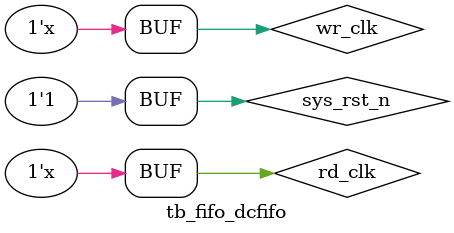
<source format=v>
`timescale 1ns/1ns

module  tb_fifo_dcfifo();

reg     [7:0]   wr_data     ;
reg             rd_clk      ;
reg             rd_req      ;
reg             wr_clk      ;
reg             wr_req      ;
reg             sys_rst_n   ;
reg             wr_full_reg0;//delay input signal 1 clock, for signal stable, clock domian crossing process.
reg             wr_full_reg1;//delay input signal 2 clock, for signal stable, clock domian crossing process.

wire    [15:0]  rd_data     ;
wire            rd_empty    ;
wire            rd_full     ;
wire    [7:0]   rd_usedw    ;
wire            wr_empty    ;
wire            wr_full     ;
wire    [8:0]   wr_usedw    ;

initial
    begin
        wr_clk = 1'b1;
        rd_clk = 1'b1;
        sys_rst_n <= 1'b0;
        #20
        sys_rst_n <= 1'b1;
    end

always #10 wr_clk = ~wr_clk;
always #20 rd_clk = ~rd_clk;


always@(posedge wr_clk or negedge sys_rst_n)
    if(sys_rst_n == 1'b0)
        wr_req <= 1'b0;
    else if(rdreq == 1'b0 && usedw < 8'd255 && full == 1'b0)
        wr_req <= 1'b1;
    else
        wr_req <= 1'b0;

always@(posedge wr_clk or negedge sys_rst_n)//wr_clk
    if(sys_rst_n == 1'b0)
        wr_data <= 8'd0;
    else if(((wr_data == 8'd255)&&(wr_req == 1'b1))||rd_req == 1'b1)
        wr_data <= 8'd0;
    else if(wr_req == 1'b1)
        wr_data <= wr_data + 1'b1;
    else
        wr_data <= wr_data;

always@(posedge rd_clk or negedge sys_rst_n)//rd_clk
    if(sys_rst_n == 1'b0)
        begin
            wr_full_reg0 <= 1'b0;
            wr_full_reg1 <= 1'b0;
        end
    else
        begin
        wr_full_reg0 <= wr_full;
        wr_full_reg1 <= wr_full_reg0;//delay input signal 2 clock, for signal stable, clock domian crossing process.
        end

always@(posedge rd_clk or negedge sys_rst_n)//rd_clk
    if(sys_rst_n == 1'b0)
        rd_req <= 1'b0;
    else if(rd_empty == 1'b1)
        rd_req <= 1'b0;
    else if(wr_full_reg1 == 1'b1)// wr & rd clock is asynchronous, need to clock domain crossing process.
        rd_req <= 1'b1;
    else
        rd_req <= rd_req;


fifo_dcfifo     fifo_dcfifo_inst
(
    .wr_data     (wr_data),
    .rd_clk      (rd_clk ),
    .rd_req      (rd_req ),
    .wr_clk      (wr_clk ),
    .wr_req      (wr_req ),
    
    .rd_data     (rd_data ),
    .rd_empty    (rd_empty),
    .rd_full     (rd_full ),
    .rd_usedw    (rd_usedw),
    .wr_empty    (wr_empty),
    .wr_full     (wr_full ),
    .wr_usedw    (wr_usedw)
);

endmodule
</source>
